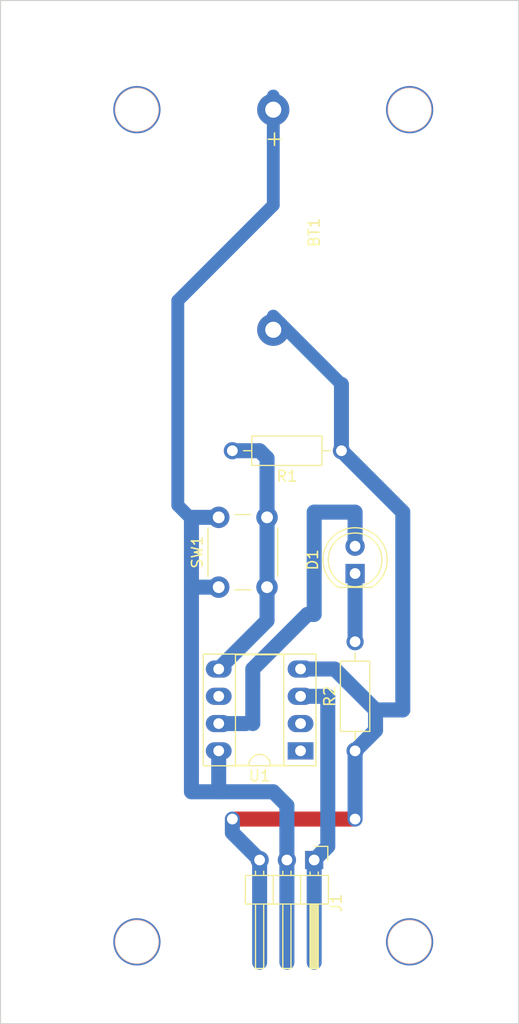
<source format=kicad_pcb>
(kicad_pcb (version 20171130) (host pcbnew 5.1.10-88a1d61d58~88~ubuntu20.04.1)

  (general
    (thickness 1.6)
    (drawings 11)
    (tracks 55)
    (zones 0)
    (modules 7)
    (nets 10)
  )

  (page A4)
  (layers
    (0 F.Cu signal)
    (31 B.Cu signal)
    (32 B.Adhes user)
    (33 F.Adhes user)
    (34 B.Paste user)
    (35 F.Paste user)
    (36 B.SilkS user)
    (37 F.SilkS user)
    (38 B.Mask user)
    (39 F.Mask user)
    (40 Dwgs.User user)
    (41 Cmts.User user)
    (42 Eco1.User user)
    (43 Eco2.User user)
    (44 Edge.Cuts user)
    (45 Margin user)
    (46 B.CrtYd user)
    (47 F.CrtYd user)
    (48 B.Fab user)
    (49 F.Fab user)
  )

  (setup
    (last_trace_width 1.2)
    (user_trace_width 0.4)
    (user_trace_width 0.6)
    (user_trace_width 1)
    (user_trace_width 1.2)
    (user_trace_width 1.4)
    (trace_clearance 0.2)
    (zone_clearance 0.508)
    (zone_45_only no)
    (trace_min 0.2)
    (via_size 0.8)
    (via_drill 0.4)
    (via_min_size 0.4)
    (via_min_drill 0.3)
    (user_via 0.99 0.5)
    (user_via 1.2 1)
    (user_via 1.524 0.76)
    (user_via 3.4 3.1)
    (user_via 4.4 4)
    (uvia_size 0.3)
    (uvia_drill 0.1)
    (uvias_allowed no)
    (uvia_min_size 0.2)
    (uvia_min_drill 0.1)
    (edge_width 0.05)
    (segment_width 0.2)
    (pcb_text_width 0.3)
    (pcb_text_size 1.5 1.5)
    (mod_edge_width 0.12)
    (mod_text_size 1 1)
    (mod_text_width 0.15)
    (pad_size 3 3)
    (pad_drill 1.5)
    (pad_to_mask_clearance 0.05)
    (aux_axis_origin 127 72.39)
    (grid_origin 127 72.39)
    (visible_elements FFFFFF7F)
    (pcbplotparams
      (layerselection 0x01000_ffffffff)
      (usegerberextensions false)
      (usegerberattributes true)
      (usegerberadvancedattributes true)
      (creategerberjobfile true)
      (excludeedgelayer true)
      (linewidth 0.100000)
      (plotframeref false)
      (viasonmask false)
      (mode 1)
      (useauxorigin false)
      (hpglpennumber 1)
      (hpglpenspeed 20)
      (hpglpendiameter 15.000000)
      (psnegative false)
      (psa4output false)
      (plotreference true)
      (plotvalue true)
      (plotinvisibletext false)
      (padsonsilk false)
      (subtractmaskfromsilk false)
      (outputformat 1)
      (mirror false)
      (drillshape 0)
      (scaleselection 1)
      (outputdirectory ""))
  )

  (net 0 "")
  (net 1 GND)
  (net 2 VCC)
  (net 3 "Net-(D1-Pad1)")
  (net 4 "Net-(D1-Pad2)")
  (net 5 /S)
  (net 6 "Net-(R1-Pad2)")
  (net 7 "Net-(U1-Pad1)")
  (net 8 "Net-(U1-Pad2)")
  (net 9 "Net-(U1-Pad6)")

  (net_class Default "Esta es la clase de red por defecto."
    (clearance 0.2)
    (trace_width 0.25)
    (via_dia 0.8)
    (via_drill 0.4)
    (uvia_dia 0.3)
    (uvia_drill 0.1)
    (add_net /S)
    (add_net GND)
    (add_net "Net-(D1-Pad1)")
    (add_net "Net-(D1-Pad2)")
    (add_net "Net-(R1-Pad2)")
    (add_net "Net-(U1-Pad1)")
    (add_net "Net-(U1-Pad2)")
    (add_net "Net-(U1-Pad6)")
    (add_net VCC)
  )

  (module modificados:BatteryHolder_mia_106_1x20 (layer F.Cu) (tedit 6090485B) (tstamp 5FEAFA0C)
    (at 142.24 76.2 270)
    (descr http://www.keyelco.com/product-pdf.cfm?p=720)
    (tags "Keystone type 106 battery holder")
    (path /5FEB3833)
    (fp_text reference BT1 (at 11.43 -3.81 90) (layer F.SilkS)
      (effects (font (size 1 1) (thickness 0.15)))
    )
    (fp_text value Battery_Cell (at 15.24 -7.62 90) (layer F.Fab)
      (effects (font (size 1 1) (thickness 0.15)))
    )
    (fp_text user %R (at 0 0 90) (layer F.Fab)
      (effects (font (size 1 1) (thickness 0.15)))
    )
    (fp_text user + (at 2.75 0 90) (layer F.SilkS)
      (effects (font (size 1.5 1.5) (thickness 0.15)))
    )
    (fp_circle (center 15.24 0) (end 24.220256 0) (layer F.CrtYd) (width 0.12))
    (fp_circle (center 15.2 0) (end 27.932023 0) (layer F.CrtYd) (width 0.12))
    (fp_circle (center 15.24 0) (end 28.918319 0) (layer F.CrtYd) (width 0.12))
    (fp_poly (pts (xy 1.27 2.54) (xy -2.54 2.54) (xy -2.54 -2.54) (xy 1.27 -2.54)) (layer F.CrtYd) (width 0.1))
    (pad 1 thru_hole circle (at 0 0 270) (size 3 3) (drill 1.5) (layers *.Cu *.Mask)
      (net 2 VCC))
    (pad 2 thru_hole circle (at 20.49 0 270) (size 3 3) (drill 1.5) (layers *.Cu *.Mask)
      (net 1 GND))
    (model ${KISYS3DMOD}/Battery.3dshapes/BatteryHolder_Keystone_106_1x20mm.wrl
      (at (xyz 0 0 0))
      (scale (xyz 1 1 1))
      (rotate (xyz 0 0 0))
    )
  )

  (module Connector_PinHeader_2.54mm:PinHeader_1x03_P2.54mm_Horizontal (layer F.Cu) (tedit 59FED5CB) (tstamp 5FEAFA53)
    (at 146.05 146.05 270)
    (descr "Through hole angled pin header, 1x03, 2.54mm pitch, 6mm pin length, single row")
    (tags "Through hole angled pin header THT 1x03 2.54mm single row")
    (path /5FEA4EB7)
    (fp_text reference J1 (at 4 -2.05 90) (layer F.SilkS)
      (effects (font (size 1 1) (thickness 0.15)))
    )
    (fp_text value KY005 (at 4 7.62 90) (layer F.Fab)
      (effects (font (size 1 1) (thickness 0.15)))
    )
    (fp_line (start 10.55 -1.8) (end -1.8 -1.8) (layer F.CrtYd) (width 0.05))
    (fp_line (start 10.55 6.85) (end 10.55 -1.8) (layer F.CrtYd) (width 0.05))
    (fp_line (start -1.8 6.85) (end 10.55 6.85) (layer F.CrtYd) (width 0.05))
    (fp_line (start -1.8 -1.8) (end -1.8 6.85) (layer F.CrtYd) (width 0.05))
    (fp_line (start -1.27 -1.27) (end 0 -1.27) (layer F.SilkS) (width 0.12))
    (fp_line (start -1.27 0) (end -1.27 -1.27) (layer F.SilkS) (width 0.12))
    (fp_line (start 1.042929 5.46) (end 1.44 5.46) (layer F.SilkS) (width 0.12))
    (fp_line (start 1.042929 4.7) (end 1.44 4.7) (layer F.SilkS) (width 0.12))
    (fp_line (start 10.1 5.46) (end 4.1 5.46) (layer F.SilkS) (width 0.12))
    (fp_line (start 10.1 4.7) (end 10.1 5.46) (layer F.SilkS) (width 0.12))
    (fp_line (start 4.1 4.7) (end 10.1 4.7) (layer F.SilkS) (width 0.12))
    (fp_line (start 1.44 3.81) (end 4.1 3.81) (layer F.SilkS) (width 0.12))
    (fp_line (start 1.042929 2.92) (end 1.44 2.92) (layer F.SilkS) (width 0.12))
    (fp_line (start 1.042929 2.16) (end 1.44 2.16) (layer F.SilkS) (width 0.12))
    (fp_line (start 10.1 2.92) (end 4.1 2.92) (layer F.SilkS) (width 0.12))
    (fp_line (start 10.1 2.16) (end 10.1 2.92) (layer F.SilkS) (width 0.12))
    (fp_line (start 4.1 2.16) (end 10.1 2.16) (layer F.SilkS) (width 0.12))
    (fp_line (start 1.44 1.27) (end 4.1 1.27) (layer F.SilkS) (width 0.12))
    (fp_line (start 1.11 0.38) (end 1.44 0.38) (layer F.SilkS) (width 0.12))
    (fp_line (start 1.11 -0.38) (end 1.44 -0.38) (layer F.SilkS) (width 0.12))
    (fp_line (start 4.1 0.28) (end 10.1 0.28) (layer F.SilkS) (width 0.12))
    (fp_line (start 4.1 0.16) (end 10.1 0.16) (layer F.SilkS) (width 0.12))
    (fp_line (start 4.1 0.04) (end 10.1 0.04) (layer F.SilkS) (width 0.12))
    (fp_line (start 4.1 -0.08) (end 10.1 -0.08) (layer F.SilkS) (width 0.12))
    (fp_line (start 4.1 -0.2) (end 10.1 -0.2) (layer F.SilkS) (width 0.12))
    (fp_line (start 4.1 -0.32) (end 10.1 -0.32) (layer F.SilkS) (width 0.12))
    (fp_line (start 10.1 0.38) (end 4.1 0.38) (layer F.SilkS) (width 0.12))
    (fp_line (start 10.1 -0.38) (end 10.1 0.38) (layer F.SilkS) (width 0.12))
    (fp_line (start 4.1 -0.38) (end 10.1 -0.38) (layer F.SilkS) (width 0.12))
    (fp_line (start 4.1 -1.33) (end 1.44 -1.33) (layer F.SilkS) (width 0.12))
    (fp_line (start 4.1 6.41) (end 4.1 -1.33) (layer F.SilkS) (width 0.12))
    (fp_line (start 1.44 6.41) (end 4.1 6.41) (layer F.SilkS) (width 0.12))
    (fp_line (start 1.44 -1.33) (end 1.44 6.41) (layer F.SilkS) (width 0.12))
    (fp_line (start 4.04 5.4) (end 10.04 5.4) (layer F.Fab) (width 0.1))
    (fp_line (start 10.04 4.76) (end 10.04 5.4) (layer F.Fab) (width 0.1))
    (fp_line (start 4.04 4.76) (end 10.04 4.76) (layer F.Fab) (width 0.1))
    (fp_line (start -0.32 5.4) (end 1.5 5.4) (layer F.Fab) (width 0.1))
    (fp_line (start -0.32 4.76) (end -0.32 5.4) (layer F.Fab) (width 0.1))
    (fp_line (start -0.32 4.76) (end 1.5 4.76) (layer F.Fab) (width 0.1))
    (fp_line (start 4.04 2.86) (end 10.04 2.86) (layer F.Fab) (width 0.1))
    (fp_line (start 10.04 2.22) (end 10.04 2.86) (layer F.Fab) (width 0.1))
    (fp_line (start 4.04 2.22) (end 10.04 2.22) (layer F.Fab) (width 0.1))
    (fp_line (start -0.32 2.86) (end 1.5 2.86) (layer F.Fab) (width 0.1))
    (fp_line (start -0.32 2.22) (end -0.32 2.86) (layer F.Fab) (width 0.1))
    (fp_line (start -0.32 2.22) (end 1.5 2.22) (layer F.Fab) (width 0.1))
    (fp_line (start 4.04 0.32) (end 10.04 0.32) (layer F.Fab) (width 0.1))
    (fp_line (start 10.04 -0.32) (end 10.04 0.32) (layer F.Fab) (width 0.1))
    (fp_line (start 4.04 -0.32) (end 10.04 -0.32) (layer F.Fab) (width 0.1))
    (fp_line (start -0.32 0.32) (end 1.5 0.32) (layer F.Fab) (width 0.1))
    (fp_line (start -0.32 -0.32) (end -0.32 0.32) (layer F.Fab) (width 0.1))
    (fp_line (start -0.32 -0.32) (end 1.5 -0.32) (layer F.Fab) (width 0.1))
    (fp_line (start 1.5 -0.635) (end 2.135 -1.27) (layer F.Fab) (width 0.1))
    (fp_line (start 1.5 6.35) (end 1.5 -0.635) (layer F.Fab) (width 0.1))
    (fp_line (start 4.04 6.35) (end 1.5 6.35) (layer F.Fab) (width 0.1))
    (fp_line (start 4.04 -1.27) (end 4.04 6.35) (layer F.Fab) (width 0.1))
    (fp_line (start 2.135 -1.27) (end 4.04 -1.27) (layer F.Fab) (width 0.1))
    (fp_text user %R (at 2.54 4.5) (layer F.Fab)
      (effects (font (size 1 1) (thickness 0.15)))
    )
    (pad 3 thru_hole oval (at 0 5.08 270) (size 1.7 1.7) (drill 1) (layers *.Cu *.Mask)
      (net 1 GND))
    (pad 2 thru_hole oval (at 0 2.54 270) (size 1.7 1.7) (drill 1) (layers *.Cu *.Mask)
      (net 2 VCC))
    (pad 1 thru_hole rect (at 0 0 270) (size 1.7 1.7) (drill 1) (layers *.Cu *.Mask)
      (net 5 /S))
    (model ${KISYS3DMOD}/Connector_PinHeader_2.54mm.3dshapes/PinHeader_1x03_P2.54mm_Horizontal.wrl
      (at (xyz 0 0 0))
      (scale (xyz 1 1 1))
      (rotate (xyz 0 0 0))
    )
  )

  (module LED_THT:LED_D5.0mm (layer F.Cu) (tedit 5FF3489B) (tstamp 5FEAFA1E)
    (at 149.86 119.38 90)
    (descr "LED, diameter 5.0mm, 2 pins, http://cdn-reichelt.de/documents/datenblatt/A500/LL-504BC2E-009.pdf")
    (tags "LED diameter 5.0mm 2 pins")
    (path /5FEA59AB)
    (fp_text reference D1 (at 1.27 -3.96 90) (layer F.SilkS)
      (effects (font (size 1 1) (thickness 0.15)))
    )
    (fp_text value LED (at 1.27 3.96 90) (layer F.Fab)
      (effects (font (size 1 1) (thickness 0.15)))
    )
    (fp_line (start 4.5 -3.25) (end -1.95 -3.25) (layer F.CrtYd) (width 0.05))
    (fp_line (start 4.5 3.25) (end 4.5 -3.25) (layer F.CrtYd) (width 0.05))
    (fp_line (start -1.95 3.25) (end 4.5 3.25) (layer F.CrtYd) (width 0.05))
    (fp_line (start -1.95 -3.25) (end -1.95 3.25) (layer F.CrtYd) (width 0.05))
    (fp_line (start -1.29 -1.545) (end -1.29 1.545) (layer F.SilkS) (width 0.12))
    (fp_line (start -1.23 -1.469694) (end -1.23 1.469694) (layer F.Fab) (width 0.1))
    (fp_circle (center 1.27 0) (end 3.77 0) (layer F.SilkS) (width 0.12))
    (fp_circle (center 1.27 0) (end 3.77 0) (layer F.Fab) (width 0.1))
    (fp_text user %R (at 1.25 0 90) (layer F.Fab)
      (effects (font (size 0.8 0.8) (thickness 0.2)))
    )
    (fp_arc (start 1.27 0) (end -1.29 1.54483) (angle -148.9) (layer F.SilkS) (width 0.12))
    (fp_arc (start 1.27 0) (end -1.29 -1.54483) (angle 148.9) (layer F.SilkS) (width 0.12))
    (fp_arc (start 1.27 0) (end -1.23 -1.469694) (angle 299.1) (layer F.Fab) (width 0.1))
    (pad 2 thru_hole circle (at 2.54 0 90) (size 1.8 1.8) (drill 1) (layers *.Cu *.Mask)
      (net 4 "Net-(D1-Pad2)"))
    (pad 1 thru_hole rect (at 0 0 90) (size 1.8 1.8) (drill 1) (layers *.Cu *.Mask)
      (net 3 "Net-(D1-Pad1)"))
    (model ${KISYS3DMOD}/LED_THT.3dshapes/LED_D5.0mm.wrl
      (at (xyz 0 0 0))
      (scale (xyz 1 1 1))
      (rotate (xyz 0 0 0))
    )
  )

  (module Resistor_THT:R_Axial_DIN0207_L6.3mm_D2.5mm_P10.16mm_Horizontal (layer F.Cu) (tedit 5FF348B5) (tstamp 5FEAFEC5)
    (at 148.59 107.95 180)
    (descr "Resistor, Axial_DIN0207 series, Axial, Horizontal, pin pitch=10.16mm, 0.25W = 1/4W, length*diameter=6.3*2.5mm^2, http://cdn-reichelt.de/documents/datenblatt/B400/1_4W%23YAG.pdf")
    (tags "Resistor Axial_DIN0207 series Axial Horizontal pin pitch 10.16mm 0.25W = 1/4W length 6.3mm diameter 2.5mm")
    (path /5FEA21F5)
    (fp_text reference R1 (at 5.08 -2.37) (layer F.SilkS)
      (effects (font (size 1 1) (thickness 0.15)))
    )
    (fp_text value 10K (at 5.08 2.37) (layer F.Fab)
      (effects (font (size 1 1) (thickness 0.15)))
    )
    (fp_line (start 1.93 -1.25) (end 1.93 1.25) (layer F.Fab) (width 0.1))
    (fp_line (start 1.93 1.25) (end 8.23 1.25) (layer F.Fab) (width 0.1))
    (fp_line (start 8.23 1.25) (end 8.23 -1.25) (layer F.Fab) (width 0.1))
    (fp_line (start 8.23 -1.25) (end 1.93 -1.25) (layer F.Fab) (width 0.1))
    (fp_line (start 0 0) (end 1.93 0) (layer F.Fab) (width 0.1))
    (fp_line (start 10.16 0) (end 8.23 0) (layer F.Fab) (width 0.1))
    (fp_line (start 1.81 -1.37) (end 1.81 1.37) (layer F.SilkS) (width 0.12))
    (fp_line (start 1.81 1.37) (end 8.35 1.37) (layer F.SilkS) (width 0.12))
    (fp_line (start 8.35 1.37) (end 8.35 -1.37) (layer F.SilkS) (width 0.12))
    (fp_line (start 8.35 -1.37) (end 1.81 -1.37) (layer F.SilkS) (width 0.12))
    (fp_line (start 1.04 0) (end 1.81 0) (layer F.SilkS) (width 0.12))
    (fp_line (start 9.12 0) (end 8.35 0) (layer F.SilkS) (width 0.12))
    (fp_line (start -1.05 -1.5) (end -1.05 1.5) (layer F.CrtYd) (width 0.05))
    (fp_line (start -1.05 1.5) (end 11.21 1.5) (layer F.CrtYd) (width 0.05))
    (fp_line (start 11.21 1.5) (end 11.21 -1.5) (layer F.CrtYd) (width 0.05))
    (fp_line (start 11.21 -1.5) (end -1.05 -1.5) (layer F.CrtYd) (width 0.05))
    (fp_text user %R (at 5.08 0.154999) (layer F.Fab)
      (effects (font (size 1 1) (thickness 0.15)))
    )
    (pad 1 thru_hole circle (at 0 0 180) (size 1.6 1.6) (drill 1) (layers *.Cu *.Mask)
      (net 1 GND))
    (pad 2 thru_hole oval (at 10.16 0 180) (size 1.6 1.6) (drill 1) (layers *.Cu *.Mask)
      (net 6 "Net-(R1-Pad2)"))
    (model ${KISYS3DMOD}/Resistor_THT.3dshapes/R_Axial_DIN0207_L6.3mm_D2.5mm_P10.16mm_Horizontal.wrl
      (at (xyz 0 0 0))
      (scale (xyz 1 1 1))
      (rotate (xyz 0 0 0))
    )
  )

  (module Resistor_THT:R_Axial_DIN0207_L6.3mm_D2.5mm_P10.16mm_Horizontal (layer F.Cu) (tedit 5FF3488A) (tstamp 5FEAFA81)
    (at 149.86 135.89 90)
    (descr "Resistor, Axial_DIN0207 series, Axial, Horizontal, pin pitch=10.16mm, 0.25W = 1/4W, length*diameter=6.3*2.5mm^2, http://cdn-reichelt.de/documents/datenblatt/B400/1_4W%23YAG.pdf")
    (tags "Resistor Axial_DIN0207 series Axial Horizontal pin pitch 10.16mm 0.25W = 1/4W length 6.3mm diameter 2.5mm")
    (path /5FEA2489)
    (fp_text reference R2 (at 5.08 -2.37 90) (layer F.SilkS)
      (effects (font (size 1 1) (thickness 0.15)))
    )
    (fp_text value 220Ohm (at 5.08 2.37 90) (layer F.Fab)
      (effects (font (size 1 1) (thickness 0.15)))
    )
    (fp_line (start 1.93 -1.25) (end 1.93 1.25) (layer F.Fab) (width 0.1))
    (fp_line (start 1.93 1.25) (end 8.23 1.25) (layer F.Fab) (width 0.1))
    (fp_line (start 8.23 1.25) (end 8.23 -1.25) (layer F.Fab) (width 0.1))
    (fp_line (start 8.23 -1.25) (end 1.93 -1.25) (layer F.Fab) (width 0.1))
    (fp_line (start 0 0) (end 1.93 0) (layer F.Fab) (width 0.1))
    (fp_line (start 10.16 0) (end 8.23 0) (layer F.Fab) (width 0.1))
    (fp_line (start 1.81 -1.37) (end 1.81 1.37) (layer F.SilkS) (width 0.12))
    (fp_line (start 1.81 1.37) (end 8.35 1.37) (layer F.SilkS) (width 0.12))
    (fp_line (start 8.35 1.37) (end 8.35 -1.37) (layer F.SilkS) (width 0.12))
    (fp_line (start 8.35 -1.37) (end 1.81 -1.37) (layer F.SilkS) (width 0.12))
    (fp_line (start 1.04 0) (end 1.81 0) (layer F.SilkS) (width 0.12))
    (fp_line (start 9.12 0) (end 8.35 0) (layer F.SilkS) (width 0.12))
    (fp_line (start -1.05 -1.5) (end -1.05 1.5) (layer F.CrtYd) (width 0.05))
    (fp_line (start -1.05 1.5) (end 11.21 1.5) (layer F.CrtYd) (width 0.05))
    (fp_line (start 11.21 1.5) (end 11.21 -1.5) (layer F.CrtYd) (width 0.05))
    (fp_line (start 11.21 -1.5) (end -1.05 -1.5) (layer F.CrtYd) (width 0.05))
    (fp_text user %R (at 5.08 0 90) (layer F.Fab)
      (effects (font (size 1 1) (thickness 0.15)))
    )
    (pad 1 thru_hole circle (at 0 0 90) (size 1.6 1.6) (drill 1) (layers *.Cu *.Mask)
      (net 1 GND))
    (pad 2 thru_hole oval (at 10.16 0 90) (size 1.6 1.6) (drill 1) (layers *.Cu *.Mask)
      (net 3 "Net-(D1-Pad1)"))
    (model ${KISYS3DMOD}/Resistor_THT.3dshapes/R_Axial_DIN0207_L6.3mm_D2.5mm_P10.16mm_Horizontal.wrl
      (at (xyz 0 0 0))
      (scale (xyz 1 1 1))
      (rotate (xyz 0 0 0))
    )
  )

  (module Button_Switch_THT:SW_PUSH_6mm_H13mm (layer F.Cu) (tedit 5A02FE31) (tstamp 5FEAFAA0)
    (at 137.16 120.65 90)
    (descr "tactile push button, 6x6mm e.g. PHAP33xx series, height=13mm")
    (tags "tact sw push 6mm")
    (path /5FEA2A00)
    (fp_text reference SW1 (at 3.25 -2 90) (layer F.SilkS)
      (effects (font (size 1 1) (thickness 0.15)))
    )
    (fp_text value SW_Push (at 3.75 6.7 90) (layer F.Fab)
      (effects (font (size 1 1) (thickness 0.15)))
    )
    (fp_circle (center 3.25 2.25) (end 1.25 2.5) (layer F.Fab) (width 0.1))
    (fp_line (start 6.75 3) (end 6.75 1.5) (layer F.SilkS) (width 0.12))
    (fp_line (start 5.5 -1) (end 1 -1) (layer F.SilkS) (width 0.12))
    (fp_line (start -0.25 1.5) (end -0.25 3) (layer F.SilkS) (width 0.12))
    (fp_line (start 1 5.5) (end 5.5 5.5) (layer F.SilkS) (width 0.12))
    (fp_line (start 8 -1.25) (end 8 5.75) (layer F.CrtYd) (width 0.05))
    (fp_line (start 7.75 6) (end -1.25 6) (layer F.CrtYd) (width 0.05))
    (fp_line (start -1.5 5.75) (end -1.5 -1.25) (layer F.CrtYd) (width 0.05))
    (fp_line (start -1.25 -1.5) (end 7.75 -1.5) (layer F.CrtYd) (width 0.05))
    (fp_line (start -1.5 6) (end -1.25 6) (layer F.CrtYd) (width 0.05))
    (fp_line (start -1.5 5.75) (end -1.5 6) (layer F.CrtYd) (width 0.05))
    (fp_line (start -1.5 -1.5) (end -1.25 -1.5) (layer F.CrtYd) (width 0.05))
    (fp_line (start -1.5 -1.25) (end -1.5 -1.5) (layer F.CrtYd) (width 0.05))
    (fp_line (start 8 -1.5) (end 8 -1.25) (layer F.CrtYd) (width 0.05))
    (fp_line (start 7.75 -1.5) (end 8 -1.5) (layer F.CrtYd) (width 0.05))
    (fp_line (start 8 6) (end 8 5.75) (layer F.CrtYd) (width 0.05))
    (fp_line (start 7.75 6) (end 8 6) (layer F.CrtYd) (width 0.05))
    (fp_line (start 0.25 -0.75) (end 3.25 -0.75) (layer F.Fab) (width 0.1))
    (fp_line (start 0.25 5.25) (end 0.25 -0.75) (layer F.Fab) (width 0.1))
    (fp_line (start 6.25 5.25) (end 0.25 5.25) (layer F.Fab) (width 0.1))
    (fp_line (start 6.25 -0.75) (end 6.25 5.25) (layer F.Fab) (width 0.1))
    (fp_line (start 3.25 -0.75) (end 6.25 -0.75) (layer F.Fab) (width 0.1))
    (fp_text user %R (at 3.25 2.25 90) (layer F.Fab)
      (effects (font (size 1 1) (thickness 0.15)))
    )
    (pad 1 thru_hole circle (at 6.5 0 180) (size 2 2) (drill 1.1) (layers *.Cu *.Mask)
      (net 2 VCC))
    (pad 2 thru_hole circle (at 6.5 4.5 180) (size 2 2) (drill 1.1) (layers *.Cu *.Mask)
      (net 6 "Net-(R1-Pad2)"))
    (pad 1 thru_hole circle (at 0 0 180) (size 2 2) (drill 1.1) (layers *.Cu *.Mask)
      (net 2 VCC))
    (pad 2 thru_hole circle (at 0 4.5 180) (size 2 2) (drill 1.1) (layers *.Cu *.Mask)
      (net 6 "Net-(R1-Pad2)"))
    (model ${KISYS3DMOD}/Button_Switch_THT.3dshapes/SW_PUSH_6mm_H4.3mm.step
      (at (xyz 0 0 0))
      (scale (xyz 1 1 1))
      (rotate (xyz 0 0 0))
    )
  )

  (module Package_DIP:DIP-8_W7.62mm_Socket_LongPads (layer F.Cu) (tedit 5FF34879) (tstamp 5FEAFAC4)
    (at 144.78 135.89 180)
    (descr "8-lead though-hole mounted DIP package, row spacing 7.62 mm (300 mils), Socket, LongPads")
    (tags "THT DIP DIL PDIP 2.54mm 7.62mm 300mil Socket LongPads")
    (path /5FEA0327)
    (fp_text reference U1 (at 3.81 -2.33) (layer F.SilkS)
      (effects (font (size 1 1) (thickness 0.15)))
    )
    (fp_text value ATtiny85V-10SU (at 3.81 9.95) (layer F.Fab)
      (effects (font (size 1 1) (thickness 0.15)))
    )
    (fp_line (start 9.15 -1.6) (end -1.55 -1.6) (layer F.CrtYd) (width 0.05))
    (fp_line (start 9.15 9.2) (end 9.15 -1.6) (layer F.CrtYd) (width 0.05))
    (fp_line (start -1.55 9.2) (end 9.15 9.2) (layer F.CrtYd) (width 0.05))
    (fp_line (start -1.55 -1.6) (end -1.55 9.2) (layer F.CrtYd) (width 0.05))
    (fp_line (start 9.06 -1.39) (end -1.44 -1.39) (layer F.SilkS) (width 0.12))
    (fp_line (start 9.06 9.01) (end 9.06 -1.39) (layer F.SilkS) (width 0.12))
    (fp_line (start -1.44 9.01) (end 9.06 9.01) (layer F.SilkS) (width 0.12))
    (fp_line (start -1.44 -1.39) (end -1.44 9.01) (layer F.SilkS) (width 0.12))
    (fp_line (start 6.06 -1.33) (end 4.81 -1.33) (layer F.SilkS) (width 0.12))
    (fp_line (start 6.06 8.95) (end 6.06 -1.33) (layer F.SilkS) (width 0.12))
    (fp_line (start 1.56 8.95) (end 6.06 8.95) (layer F.SilkS) (width 0.12))
    (fp_line (start 1.56 -1.33) (end 1.56 8.95) (layer F.SilkS) (width 0.12))
    (fp_line (start 2.81 -1.33) (end 1.56 -1.33) (layer F.SilkS) (width 0.12))
    (fp_line (start 8.89 -1.33) (end -1.27 -1.33) (layer F.Fab) (width 0.1))
    (fp_line (start 8.89 8.95) (end 8.89 -1.33) (layer F.Fab) (width 0.1))
    (fp_line (start -1.27 8.95) (end 8.89 8.95) (layer F.Fab) (width 0.1))
    (fp_line (start -1.27 -1.33) (end -1.27 8.95) (layer F.Fab) (width 0.1))
    (fp_line (start 0.635 -0.27) (end 1.635 -1.27) (layer F.Fab) (width 0.1))
    (fp_line (start 0.635 8.89) (end 0.635 -0.27) (layer F.Fab) (width 0.1))
    (fp_line (start 6.985 8.89) (end 0.635 8.89) (layer F.Fab) (width 0.1))
    (fp_line (start 6.985 -1.27) (end 6.985 8.89) (layer F.Fab) (width 0.1))
    (fp_line (start 1.635 -1.27) (end 6.985 -1.27) (layer F.Fab) (width 0.1))
    (fp_text user %R (at 3.81 3.81) (layer F.Fab)
      (effects (font (size 1 1) (thickness 0.15)))
    )
    (fp_arc (start 3.81 -1.33) (end 2.81 -1.33) (angle -180) (layer F.SilkS) (width 0.12))
    (pad 8 thru_hole oval (at 7.62 0 180) (size 2.4 1.6) (drill 1) (layers *.Cu *.Mask)
      (net 2 VCC))
    (pad 4 thru_hole oval (at 0 7.62 180) (size 2.4 1.6) (drill 1) (layers *.Cu *.Mask)
      (net 1 GND))
    (pad 7 thru_hole oval (at 7.62 2.54 180) (size 2.4 1.6) (drill 1) (layers *.Cu *.Mask)
      (net 4 "Net-(D1-Pad2)"))
    (pad 3 thru_hole oval (at 0 5.08 180) (size 2.4 1.6) (drill 1) (layers *.Cu *.Mask)
      (net 5 /S))
    (pad 6 thru_hole oval (at 7.62 5.08 180) (size 2.4 1.6) (drill 1) (layers *.Cu *.Mask)
      (net 9 "Net-(U1-Pad6)"))
    (pad 2 thru_hole oval (at 0 2.54 180) (size 2.4 1.6) (drill 1) (layers *.Cu *.Mask)
      (net 8 "Net-(U1-Pad2)"))
    (pad 5 thru_hole oval (at 7.62 7.62 180) (size 2.4 1.6) (drill 1) (layers *.Cu *.Mask)
      (net 6 "Net-(R1-Pad2)"))
    (pad 1 thru_hole rect (at 0 0 180) (size 2.4 1.6) (drill 1) (layers *.Cu *.Mask)
      (net 7 "Net-(U1-Pad1)"))
    (model ${KISYS3DMOD}/Package_DIP.3dshapes/DIP-8_W7.62mm_Socket.wrl
      (at (xyz 0 0 0))
      (scale (xyz 1 1 1))
      (rotate (xyz 0 0 0))
    )
  )

  (gr_poly (pts (xy 165.1 161.29) (xy 116.84 161.29) (xy 116.84 66.04) (xy 165.1 66.04)) (layer Edge.Cuts) (width 0.1))
  (gr_circle (center 129.54 153.67) (end 130.81 153.67) (layer B.SilkS) (width 0.12) (tstamp 5FEB1451))
  (gr_circle (center 154.94 153.67) (end 156.21 153.67) (layer B.SilkS) (width 0.12) (tstamp 5FEB1451))
  (gr_circle (center 154.94 76.2) (end 156.21 76.2) (layer B.SilkS) (width 0.12) (tstamp 5FEB1451))
  (gr_circle (center 129.54 76.2) (end 130.81 76.2) (layer B.SilkS) (width 0.12))
  (gr_circle (center 129.54 153.67) (end 129.54 151.67) (layer B.SilkS) (width 0.12) (tstamp 5FEB144C))
  (gr_circle (center 154.94 153.67) (end 154.94 151.67) (layer B.SilkS) (width 0.12) (tstamp 5FEB144B))
  (gr_circle (center 154.94 76.2) (end 154.94 74.2) (layer B.SilkS) (width 0.12) (tstamp 5FEB143D))
  (gr_circle (center 129.54 76.2) (end 129.54 74.2) (layer B.SilkS) (width 0.12))
  (gr_text "28/12/2020\nAurelio Gallardo" (at 135.89 149.86 90) (layer B.Mask)
    (effects (font (size 1 1) (thickness 0.15)) (justify mirror))
  )
  (gr_text "Emisor LED - mando a distancia un solo botón" (at 132.08 121.92 90) (layer B.Mask)
    (effects (font (size 1 1) (thickness 0.15)) (justify mirror))
  )

  (via (at 129.54 76.2) (size 4.4) (drill 4) (layers F.Cu B.Cu) (net 0))
  (via (at 154.94 76.2) (size 4.4) (drill 4) (layers F.Cu B.Cu) (net 0))
  (via (at 154.94 153.67) (size 4.4) (drill 4) (layers F.Cu B.Cu) (net 0))
  (via (at 129.54 153.67) (size 4.4) (drill 4) (layers F.Cu B.Cu) (net 0))
  (via (at 138.43 142.24) (size 1.2) (drill 1) (layers F.Cu B.Cu) (net 1))
  (segment (start 149.86 142.24) (end 149.86 142.24) (width 1.4) (layer B.Cu) (net 1) (tstamp 5FEB13E4))
  (via (at 149.86 142.24) (size 1.2) (drill 1) (layers F.Cu B.Cu) (net 1))
  (segment (start 138.43 142.24) (end 149.86 142.24) (width 1.4) (layer F.Cu) (net 1))
  (segment (start 148.59 101.77) (end 148.59 107.95) (width 1.4) (layer B.Cu) (net 1))
  (segment (start 148.59 107.95) (end 154.305 113.665) (width 1.4) (layer B.Cu) (net 1))
  (segment (start 154.305 113.665) (end 154.305 132.08) (width 1.4) (layer B.Cu) (net 1))
  (segment (start 154.305 132.08) (end 151.765 132.08) (width 1.4) (layer B.Cu) (net 1))
  (segment (start 147.955 128.27) (end 144.78 128.27) (width 1.4) (layer B.Cu) (net 1))
  (segment (start 151.765 132.08) (end 147.955 128.27) (width 1.4) (layer B.Cu) (net 1))
  (segment (start 151.765 133.985) (end 149.86 135.89) (width 1.4) (layer B.Cu) (net 1))
  (segment (start 151.765 132.08) (end 151.765 133.985) (width 1.4) (layer B.Cu) (net 1))
  (segment (start 149.86 142.24) (end 149.86 135.89) (width 1.4) (layer B.Cu) (net 1))
  (segment (start 138.43 143.51) (end 140.97 146.05) (width 1.4) (layer B.Cu) (net 1))
  (segment (start 138.43 142.24) (end 138.43 143.51) (width 1.4) (layer B.Cu) (net 1))
  (segment (start 140.97 146.05) (end 140.97 155.575) (width 1.4) (layer B.Cu) (net 1))
  (segment (start 142.24 95.42) (end 148.59 101.77) (width 1.2) (layer B.Cu) (net 1))
  (segment (start 134.77 114.15) (end 134.62 114.3) (width 1.4) (layer B.Cu) (net 2))
  (segment (start 137.16 114.15) (end 134.77 114.15) (width 1.4) (layer B.Cu) (net 2))
  (segment (start 137.16 120.65) (end 134.62 120.65) (width 1.4) (layer B.Cu) (net 2))
  (segment (start 134.62 120.65) (end 134.62 139.7) (width 1.4) (layer B.Cu) (net 2))
  (segment (start 134.62 114.3) (end 134.62 120.65) (width 1.4) (layer B.Cu) (net 2))
  (segment (start 137.16 135.89) (end 137.16 139.7) (width 1.4) (layer B.Cu) (net 2))
  (segment (start 134.62 139.7) (end 137.16 139.7) (width 1.4) (layer B.Cu) (net 2))
  (segment (start 143.51 140.97) (end 143.51 146.05) (width 1.4) (layer B.Cu) (net 2))
  (segment (start 142.24 139.7) (end 143.51 140.97) (width 1.4) (layer B.Cu) (net 2))
  (segment (start 137.16 139.7) (end 142.24 139.7) (width 1.4) (layer B.Cu) (net 2))
  (segment (start 143.51 146.685) (end 143.51 155.575) (width 1.4) (layer B.Cu) (net 2))
  (segment (start 142.24 74.93) (end 142.24 85.09) (width 1.2) (layer B.Cu) (net 2))
  (segment (start 142.24 85.09) (end 133.35 93.98) (width 1.2) (layer B.Cu) (net 2))
  (segment (start 133.35 113.03) (end 134.62 114.3) (width 1.2) (layer B.Cu) (net 2))
  (segment (start 133.35 93.98) (end 133.35 113.03) (width 1.2) (layer B.Cu) (net 2))
  (segment (start 149.86 125.73) (end 149.86 119.38) (width 1.4) (layer B.Cu) (net 3))
  (segment (start 140.335 129.54) (end 140.335 133.35) (width 1.4) (layer B.Cu) (net 4))
  (segment (start 139.7 133.35) (end 137.16 133.35) (width 1.4) (layer B.Cu) (net 4))
  (segment (start 146.05 113.665) (end 146.05 123.19) (width 1.4) (layer B.Cu) (net 4))
  (segment (start 149.86 113.665) (end 146.05 113.665) (width 1.4) (layer B.Cu) (net 4))
  (segment (start 149.86 113.665) (end 149.86 116.84) (width 1.4) (layer B.Cu) (net 4))
  (segment (start 146.05 123.19) (end 145.415 123.19) (width 1.4) (layer B.Cu) (net 4))
  (segment (start 140.335 128.27) (end 140.335 129.54) (width 1.4) (layer B.Cu) (net 4))
  (segment (start 145.415 123.19) (end 140.335 128.27) (width 1.4) (layer B.Cu) (net 4))
  (segment (start 147.32 130.81) (end 147.32 144.78) (width 1.4) (layer B.Cu) (net 5))
  (segment (start 147.32 144.78) (end 146.05 146.05) (width 1.4) (layer B.Cu) (net 5))
  (segment (start 144.78 130.81) (end 147.32 130.81) (width 1.4) (layer B.Cu) (net 5))
  (segment (start 146.05 146.685) (end 146.05 155.575) (width 1.4) (layer B.Cu) (net 5))
  (segment (start 138.43 107.95) (end 140.97 107.95) (width 1.4) (layer B.Cu) (net 6))
  (segment (start 141.66 108.64) (end 141.66 114.15) (width 1.4) (layer B.Cu) (net 6))
  (segment (start 140.97 107.95) (end 141.66 108.64) (width 1.4) (layer B.Cu) (net 6))
  (segment (start 141.66 114.15) (end 141.66 120.65) (width 1.4) (layer B.Cu) (net 6))
  (segment (start 141.66 123.77) (end 137.16 128.27) (width 1.4) (layer B.Cu) (net 6))
  (segment (start 141.66 120.65) (end 141.66 123.77) (width 1.4) (layer B.Cu) (net 6))

)

</source>
